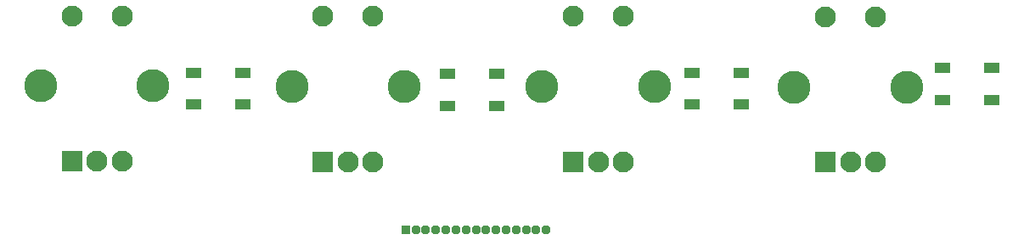
<source format=gbr>
%TF.GenerationSoftware,KiCad,Pcbnew,(5.1.6)-1*%
%TF.CreationDate,2020-06-17T13:42:06+02:00*%
%TF.ProjectId,antrieb smd,616e7472-6965-4622-9073-6d642e6b6963,rev?*%
%TF.SameCoordinates,Original*%
%TF.FileFunction,Soldermask,Top*%
%TF.FilePolarity,Negative*%
%FSLAX46Y46*%
G04 Gerber Fmt 4.6, Leading zero omitted, Abs format (unit mm)*
G04 Created by KiCad (PCBNEW (5.1.6)-1) date 2020-06-17 13:42:06*
%MOMM*%
%LPD*%
G01*
G04 APERTURE LIST*
%ADD10C,2.100000*%
%ADD11C,3.300000*%
%ADD12R,2.100000X2.100000*%
%ADD13R,1.600000X1.100000*%
%ADD14R,0.950000X0.950000*%
%ADD15O,0.950000X0.950000*%
G04 APERTURE END LIST*
D10*
%TO.C,SW4*%
X106790500Y-20996500D03*
X101790500Y-20996500D03*
D11*
X109890500Y-27996500D03*
X98690500Y-27996500D03*
D10*
X106790500Y-35496500D03*
X104290500Y-35496500D03*
D12*
X101790500Y-35496500D03*
%TD*%
D10*
%TO.C,SW3*%
X81644500Y-20933000D03*
X76644500Y-20933000D03*
D11*
X84744500Y-27933000D03*
X73544500Y-27933000D03*
D10*
X81644500Y-35433000D03*
X79144500Y-35433000D03*
D12*
X76644500Y-35433000D03*
%TD*%
%TO.C,SW2*%
X51689000Y-35433000D03*
D10*
X54189000Y-35433000D03*
X56689000Y-35433000D03*
D11*
X48589000Y-27933000D03*
X59789000Y-27933000D03*
D10*
X51689000Y-20933000D03*
X56689000Y-20933000D03*
%TD*%
D13*
%TO.C,D3*%
X88482000Y-26530500D03*
X88482000Y-29730500D03*
X93382000Y-26530500D03*
X93382000Y-29730500D03*
%TD*%
%TO.C,D2*%
X64098000Y-26657500D03*
X64098000Y-29857500D03*
X68998000Y-26657500D03*
X68998000Y-29857500D03*
%TD*%
%TO.C,D1*%
X43725000Y-29730500D03*
X43725000Y-26530500D03*
X38825000Y-29730500D03*
X38825000Y-26530500D03*
%TD*%
D14*
%TO.C,J1*%
X59944500Y-42202100D03*
D15*
X60944500Y-42202100D03*
X61944500Y-42202100D03*
X62944500Y-42202100D03*
X63944500Y-42202100D03*
X64944500Y-42202100D03*
X65944500Y-42202100D03*
X66944500Y-42202100D03*
X67944500Y-42202100D03*
X68944500Y-42202100D03*
X69944500Y-42202100D03*
X70944500Y-42202100D03*
X71944500Y-42202100D03*
X72944500Y-42202100D03*
X73944500Y-42202100D03*
%TD*%
D13*
%TO.C,D4*%
X113475600Y-26060600D03*
X113475600Y-29260600D03*
X118375600Y-26060600D03*
X118375600Y-29260600D03*
%TD*%
D10*
%TO.C,SW1*%
X31670000Y-20869500D03*
X26670000Y-20869500D03*
D11*
X34770000Y-27869500D03*
X23570000Y-27869500D03*
D10*
X31670000Y-35369500D03*
X29170000Y-35369500D03*
D12*
X26670000Y-35369500D03*
%TD*%
M02*

</source>
